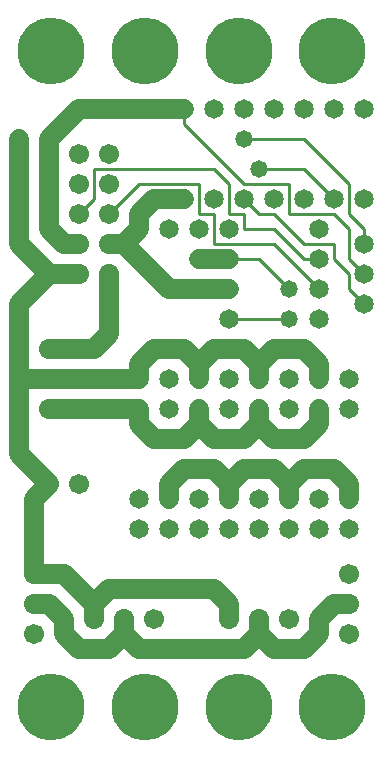
<source format=gbl>
%MOIN*%
%FSLAX25Y25*%
G04 D10 used for Character Trace; *
G04     Circle (OD=.01000) (No hole)*
G04 D11 used for Power Trace; *
G04     Circle (OD=.06500) (No hole)*
G04 D12 used for Signal Trace; *
G04     Circle (OD=.01100) (No hole)*
G04 D13 used for Via; *
G04     Circle (OD=.05800) (Round. Hole ID=.02800)*
G04 D14 used for Component hole; *
G04     Circle (OD=.06500) (Round. Hole ID=.03500)*
G04 D15 used for Component hole; *
G04     Circle (OD=.06700) (Round. Hole ID=.04300)*
G04 D16 used for Component hole; *
G04     Circle (OD=.08100) (Round. Hole ID=.05100)*
G04 D17 used for Component hole; *
G04     Circle (OD=.08900) (Round. Hole ID=.05900)*
G04 D18 used for Component hole; *
G04     Circle (OD=.11300) (Round. Hole ID=.08300)*
G04 D19 used for Component hole; *
G04     Circle (OD=.16000) (Round. Hole ID=.13000)*
G04 D20 used for Component hole; *
G04     Circle (OD=.18300) (Round. Hole ID=.15300)*
G04 D21 used for Component hole; *
G04     Circle (OD=.22291) (Round. Hole ID=.19291)*
%ADD10C,.01000*%
%ADD11C,.06500*%
%ADD12C,.01100*%
%ADD13C,.05800*%
%ADD14C,.06500*%
%ADD15C,.06700*%
%ADD16C,.08100*%
%ADD17C,.08900*%
%ADD18C,.11300*%
%ADD19C,.16000*%
%ADD20C,.18300*%
%ADD21C,.22291*%
%IPPOS*%
%LPD*%
G90*X0Y0D02*D21*X15625Y15625D03*D11*              
X25000Y35000D02*X35000D01*X25000D02*              
X20000Y40000D01*Y45000D01*X15000Y50000D01*        
X10000D01*D15*D03*D11*X30000D02*X20000Y60000D01*  
X30000Y45000D02*Y50000D01*D15*Y45000D03*D11*      
Y50000D02*X35000Y55000D01*X70000D01*              
X75000Y50000D01*Y45000D01*D15*D03*D11*            
X80000Y35000D02*X85000Y40000D01*X45000Y35000D02*  
X80000D01*X45000D02*X40000Y40000D01*              
X35000Y35000D01*X40000Y40000D02*Y45000D01*D15*D03*
X50000D03*D11*X10000Y60000D02*X20000D01*D15*      
X10000D03*D11*Y85000D01*X15000Y90000D01*D15*D03*  
D11*X5000Y100000D01*Y125000D01*D15*D03*D11*       
X30000D01*D14*D03*D11*X45000D01*D14*D03*D11*      
Y130000D01*X50000Y135000D01*X60000D01*            
X65000Y130000D01*Y125000D01*D14*D03*D11*          
Y130000D02*X70000Y135000D01*X80000D01*            
X85000Y130000D01*Y125000D01*D14*D03*D11*          
Y130000D02*X90000Y135000D01*X100000D01*           
X105000Y130000D01*Y125000D01*D14*D03*             
X115000Y115000D03*X95000D03*X115000Y125000D03*    
X95000D03*X105000Y115000D03*D11*Y110000D01*       
X100000Y105000D01*X90000D01*X85000Y110000D01*     
X80000Y105000D01*X70000D01*X65000Y110000D01*      
X60000Y105000D01*X50000D01*X45000Y110000D01*      
Y115000D01*D14*D03*D11*X15000D01*D15*D03*D11*     
X5000Y125000D02*Y150000D01*X15000Y160000D01*      
X25000D01*D15*D03*X35000Y170000D03*D11*X40000D01* 
X55000Y155000D01*X65000D01*D14*D03*D11*X75000D01* 
D14*D03*D12*X95000D02*X85000Y165000D01*D13*       
X95000Y155000D03*D14*X105000Y145000D03*Y165000D03*
D12*X100000D01*X90000Y175000D01*X80000D01*        
Y180000D01*X75000D01*Y190000D01*X70000Y195000D01* 
X30000D01*Y185000D01*X25000Y180000D01*D15*D03*    
X35000Y190000D03*D11*X20000Y170000D02*X25000D01*  
D15*D03*D11*X20000D02*X15000Y175000D01*Y205000D01*
X25000Y215000D01*X60000D01*D14*D03*D12*Y210000D01*
X80000Y190000D01*X95000D01*Y180000D01*X110000D01* 
X115000Y175000D01*Y165000D01*X120000Y160000D01*   
D14*D03*D12*Y150000D02*X115000Y155000D01*D14*     
X120000Y150000D03*D12*X115000Y155000D02*          
Y160000D01*X110000Y165000D01*Y170000D01*          
X100000D01*X90000Y180000D01*X85000D01*            
X80000Y185000D01*D14*D03*D13*X85000Y195000D03*D12*
X100000D01*X110000Y185000D01*D14*D03*D12*         
X120000Y175000D02*X115000Y180000D01*              
X120000Y170000D02*Y175000D01*D14*Y170000D03*D12*  
X115000Y180000D02*Y190000D01*X100000Y205000D01*   
X80000D01*D13*D03*D14*X90000Y215000D03*X70000D03* 
X80000D03*D12*X65000Y180000D02*Y190000D01*        
Y180000D02*X70000D01*Y170000D01*X90000D01*        
X105000Y155000D01*D14*D03*D13*X95000Y145000D03*   
D12*X75000D01*D14*D03*X55000Y125000D03*D12*       
X75000Y165000D02*X85000D01*D14*X75000D03*D11*     
X65000D01*D14*D03*X75000Y175000D03*X55000D03*     
X65000D03*D11*X45000D02*Y180000D01*               
X40000Y170000D02*X45000Y175000D01*Y180000D02*     
X50000Y185000D01*X60000D01*D14*D03*D12*           
X45000Y190000D02*X65000D01*X35000Y180000D02*      
X45000Y190000D01*D15*X35000Y180000D03*            
X25000Y190000D03*D11*X15000Y160000D02*            
X5000Y170000D01*Y205000D01*D13*D03*D15*           
X25000Y200000D03*D21*X15625Y234375D03*D15*        
X35000Y200000D03*D21*X46875Y234375D03*D15*        
X35000Y160000D03*D11*Y140000D01*X30000Y135000D01* 
D14*D03*D11*X15000D01*D15*D03*D14*                
X55000Y115000D03*D11*Y90000D02*X60000Y95000D01*   
X55000Y85000D02*Y90000D01*D14*Y85000D03*          
X65000Y75000D03*X45000D03*D11*X60000Y95000D02*    
X70000D01*X75000Y90000D01*Y85000D01*D14*D03*D11*  
Y90000D02*X80000Y95000D01*X90000D01*              
X95000Y90000D01*Y85000D01*D14*D03*D11*Y90000D02*  
X100000Y95000D01*X110000D01*X115000Y90000D01*     
Y85000D01*D14*D03*X105000Y75000D03*Y85000D03*     
X115000Y75000D03*X95000D03*D15*X115000Y60000D03*  
D14*X85000Y115000D03*D11*Y110000D01*D14*          
X75000Y115000D03*Y125000D03*X65000Y115000D03*D11* 
Y110000D01*D14*X45000Y85000D03*X65000D03*         
X85000D03*X55000Y75000D03*X75000D03*X85000D03*D15*
X25000Y90000D03*D11*X105000Y45000D02*             
X110000Y50000D01*X105000Y40000D02*Y45000D01*      
X100000Y35000D02*X105000Y40000D01*X90000Y35000D02*
X100000D01*X90000D02*X85000Y40000D01*Y45000D01*   
D15*D03*X95000D03*D11*X110000Y50000D02*X115000D01*
D15*D03*Y40000D03*D21*X78125Y15625D03*X109375D03* 
X46875D03*D15*X10000Y40000D03*D14*                
X105000Y175000D03*X120000Y185000D03*X100000D03*   
X90000D03*X70000D03*X120000Y215000D03*X110000D03* 
X100000D03*D21*X109375Y234375D03*X78125D03*M02*   

</source>
